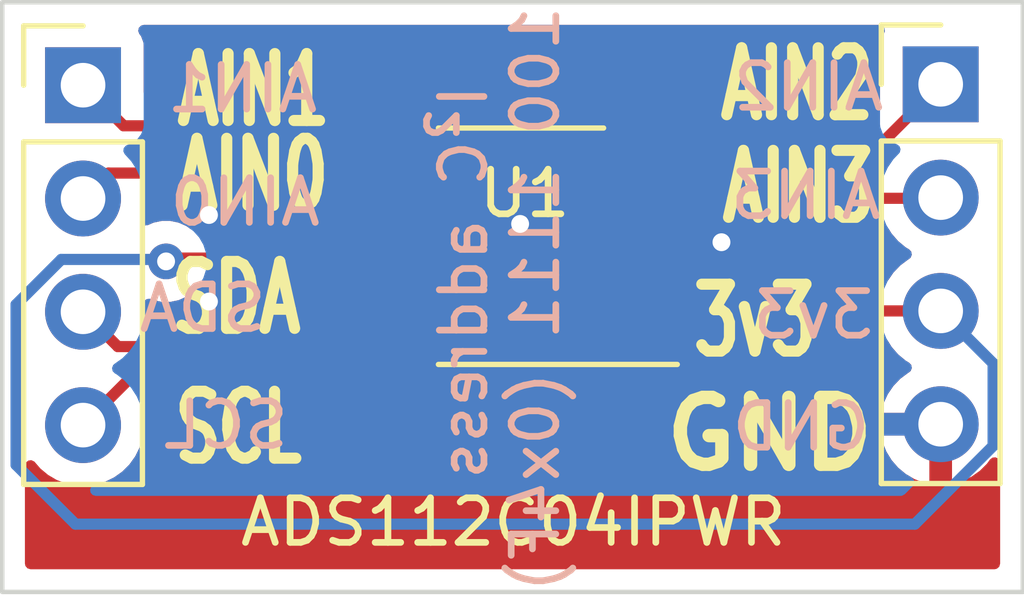
<source format=kicad_pcb>
(kicad_pcb (version 20211014) (generator pcbnew)
  (layers (0 "F.Cu" signal) (31 "B.Cu" signal) (34 "B.Paste" user) (35 "F.Paste" user) (36 "B.SilkS" user "B.Silkscreen") (37 "F.SilkS" user "F.Silkscreen") (38 "B.Mask" user) (39 "F.Mask" user) (44 "Edge.Cuts" user))
  (net 0 "")
  (net 1 "+3V3")
  (net 2 "GND")
  (net 3 "/SDA")
  (net 4 "/SCL")
  (net 5 "/AIN0")
  (net 6 "/AIN1")
  (net 7 "/AIN2")
  (net 8 "/AIN3")
  (footprint "ADS112C04IPWR:ADS112C04IPWR" (layer "F.Cu") (at 153.86 68.87 180)
    (fp_text reference "U1" (at -0.0826 1.081795) (layer "F.SilkS"))
    (fp_text value "ADS112C04IPWR" (at 0.1714 -6.284205) (layer "F.SilkS"))
    (fp_line (start -3.500001 -2.75) (end 1.849999 -2.75) (layer "F.SilkS") (width 0.12))
    (fp_line (start -1.849999 2.549997) (end 1.849999 2.549997) (layer "F.SilkS") (width 0.12))
    (pad "1" smd oval (at -2.949999 -2.274999 270) (size 0.449999 1.4) (layers "F.Cu" "F.Paste" "F.Mask") (net 4 "/SCL"))
    (pad "2" smd oval (at -2.949999 -1.624998 270) (size 0.449999 1.4) (layers "F.Cu" "F.Paste" "F.Mask") (net 4 "/SCL"))
    (pad "3" smd oval (at -2.949999 -0.974999 270) (size 0.449999 1.4) (layers "F.Cu" "F.Paste" "F.Mask") (net 1 "+3V3"))
    (pad "4" smd oval (at -2.949999 -0.324998 270) (size 0.449999 1.4) (layers "F.Cu" "F.Paste" "F.Mask") (net 2 "GND"))
    (pad "5" smd oval (at -2.949999 0.325001 270) (size 0.449999 1.4) (layers "F.Cu" "F.Paste" "F.Mask") (net 2 "GND"))
    (pad "6" smd oval (at -2.949999 0.975002 270) (size 0.449999 1.4) (layers "F.Cu" "F.Paste" "F.Mask") (net 8 "/AIN3"))
    (pad "7" smd oval (at -2.949999 1.625001 270) (size 0.449999 1.4) (layers "F.Cu" "F.Paste" "F.Mask") (net 7 "/AIN2"))
    (pad "8" smd oval (at -2.949999 2.275002 270) (size 0.449999 1.4) (layers "F.Cu" "F.Paste" "F.Mask"))
    (pad "9" smd oval (at 2.950002 2.275002 270) (size 0.449999 1.4) (layers "F.Cu" "F.Paste" "F.Mask"))
    (pad "10" smd oval (at 2.950002 1.625001 270) (size 0.449999 1.4) (layers "F.Cu" "F.Paste" "F.Mask") (net 6 "/AIN1"))
    (pad "11" smd oval (at 2.950002 0.975002 270) (size 0.449999 1.4) (layers "F.Cu" "F.Paste" "F.Mask") (net 5 "/AIN0"))
    (pad "12" smd oval (at 2.950002 0.325001 270) (size 0.449999 1.4) (layers "F.Cu" "F.Paste" "F.Mask") (net 1 "+3V3"))
    (pad "13" smd oval (at 2.950002 -0.324998 270) (size 0.449999 1.4) (layers "F.Cu" "F.Paste" "F.Mask") (net 1 "+3V3"))
    (pad "14" smd oval (at 2.950002 -0.974999 270) (size 0.449999 1.4) (layers "F.Cu" "F.Paste" "F.Mask"))
    (pad "15" smd oval (at 2.950002 -1.624998 270) (size 0.449999 1.4) (layers "F.Cu" "F.Paste" "F.Mask") (net 3 "/SDA"))
    (pad "16" smd oval (at 2.950002 -2.274999 270) (size 0.449999 1.4) (layers "F.Cu" "F.Paste" "F.Mask") (net 4 "/SCL"))
  )
  (footprint "Capacitor_SMD:C_0201_0603Metric_Pad0.64x0.40mm_HandSolder" (layer "F.Cu") (at 148.9 69.76 180)
    (fp_text reference "C2" hide)
    (fp_text value "0.1μF")
    (pad "1" smd roundrect (at -0.4075 0 180) (size 0.635 0.4) (layers "F.Cu" "F.Mask") (net 1 "+3V3"))
    (pad "2" smd roundrect (at 0.4075 0 180) (size 0.635 0.4) (layers "F.Cu" "F.Mask") (net 2 "GND"))
  )
  (footprint "Capacitor_SMD:C_0201_0603Metric_Pad0.64x0.40mm_HandSolder" (layer "F.Cu") (at 148.96 68.31 180)
    (fp_text reference "C1" hide)
    (fp_text value "0.1μF")
    (pad "1" smd roundrect (at -0.4075 0 180) (size 0.635 0.4) (layers "F.Cu" "F.Mask") (net 1 "+3V3"))
    (pad "2" smd roundrect (at 0.4075 0 180) (size 0.635 0.4) (layers "F.Cu" "F.Mask") (net 2 "GND"))
  )
  (footprint "Connector_PinHeader_2.54mm:PinHeader_1x04_P2.54mm_Vertical" (layer "F.Cu") (at 144.05 65.36)
    (fp_text reference "J1" hide)
    (fp_text value "Conn_01x04" hide)
    (fp_line (start -1.33 0) (end -1.33 -1.33) (layer "F.SilkS") (width 0.12))
    (fp_line (start -1.33 1.27) (end -1.33 8.95) (layer "F.SilkS") (width 0.12))
    (fp_line (start -1.33 1.27) (end 1.33 1.27) (layer "F.SilkS") (width 0.12))
    (fp_line (start -1.33 8.95) (end 1.33 8.95) (layer "F.SilkS") (width 0.12))
    (fp_line (start -1.33 -1.33) (end 0 -1.33) (layer "F.SilkS") (width 0.12))
    (fp_line (start 1.33 1.27) (end 1.33 8.95) (layer "F.SilkS") (width 0.12))
    (pad "1" thru_hole rect (at 0 0) (size 1.7 1.7) (drill 1) (layers *.Cu *.Mask) (net 6 "/AIN1"))
    (pad "2" thru_hole oval (at 0 2.54) (size 1.7 1.7) (drill 1) (layers *.Cu *.Mask) (net 5 "/AIN0"))
    (pad "3" thru_hole oval (at 0 5.08) (size 1.7 1.7) (drill 1) (layers *.Cu *.Mask) (net 3 "/SDA"))
    (pad "4" thru_hole oval (at 0 7.62) (size 1.7 1.7) (drill 1) (layers *.Cu *.Mask) (net 4 "/SCL"))
  )
  (footprint "Connector_PinHeader_2.54mm:PinHeader_1x04_P2.54mm_Vertical" (layer "F.Cu") (at 163.26 65.34)
    (fp_text reference "J2" hide)
    (fp_text value "Conn_01x04" hide)
    (fp_line (start 1.33 1.27) (end 1.33 8.95) (layer "F.SilkS") (width 0.12))
    (fp_line (start -1.33 0) (end -1.33 -1.33) (layer "F.SilkS") (width 0.12))
    (fp_line (start -1.33 8.95) (end 1.33 8.95) (layer "F.SilkS") (width 0.12))
    (fp_line (start -1.33 1.27) (end -1.33 8.95) (layer "F.SilkS") (width 0.12))
    (fp_line (start -1.33 1.27) (end 1.33 1.27) (layer "F.SilkS") (width 0.12))
    (fp_line (start -1.33 -1.33) (end 0 -1.33) (layer "F.SilkS") (width 0.12))
    (pad "1" thru_hole rect (at 0 0) (size 1.7 1.7) (drill 1) (layers *.Cu *.Mask) (net 7 "/AIN2"))
    (pad "2" thru_hole oval (at 0 2.54) (size 1.7 1.7) (drill 1) (layers *.Cu *.Mask) (net 8 "/AIN3"))
    (pad "3" thru_hole oval (at 0 5.08) (size 1.7 1.7) (drill 1) (layers *.Cu *.Mask) (net 1 "+3V3"))
    (pad "4" thru_hole oval (at 0 7.62) (size 1.7 1.7) (drill 1) (layers *.Cu *.Mask) (net 2 "GND"))
  )
  (gr_rect (start 142.24 63.5) (end 165.1 76.72) (layer "Edge.Cuts") (width 0.1) (fill none))
  (gr_text "AIN2" (at 160.3 65.4) (layer "B.SilkS") (effects (font (size 1 1)) (justify mirror)))
  (gr_text "AIN0" (at 147.68 67.98) (layer "B.SilkS") (effects (font (size 1 1)) (justify mirror)))
  (gr_text "AIN3" (at 160.24 67.83) (layer "B.SilkS") (effects (font (size 1 1)) (justify mirror)))
  (gr_text "SCL" (at 147.25 72.98) (layer "B.SilkS") (effects (font (size 1 1)) (justify mirror)))
  (gr_text "3v3" (at 160.41 70.51) (layer "B.SilkS") (effects (font (size 1 1)) (justify mirror)))
  (gr_text "I²C address \n100 1111 (0x4F)" (at 153.38 70.16 90) (layer "B.SilkS") (effects (font (size 1 1)) (justify mirror)))
  (gr_text "AIN1\n" (at 147.62 65.44) (layer "B.SilkS") (effects (font (size 1 1)) (justify mirror)))
  (gr_text "GND" (at 160.13 73.02) (layer "B.SilkS") (effects (font (size 1 1)) (justify mirror)))
  (gr_text "SDA" (at 146.73 70.36) (layer "B.SilkS") (effects (font (size 1 1)) (justify mirror)))
  (gr_text "GND" (at 159.43 73.18) (layer "F.SilkS") (effects (font (size 1.5 1.5) (thickness 0.3))))
  (gr_text "AIN3" (at 160.08 67.64) (layer "F.SilkS") (effects (font (size 1.5 1) (thickness 0.25))))
  (gr_text "AIN2" (at 160.04 65.34) (layer "F.SilkS") (effects (font (size 1.5 1) (thickness 0.25))))
  (gr_text "AIN1" (at 147.87 65.47) (layer "F.SilkS") (effects (font (size 1.5 1) (thickness 0.25))))
  (gr_text "SDA" (at 147.48 70.13) (layer "F.SilkS") (effects (font (size 1.5 1) (thickness 0.25))))
  (gr_text "AIN0" (at 147.84 67.37) (layer "F.SilkS") (effects (font (size 1.5 1) (thickness 0.25))))
  (gr_text "SCL" (at 147.53 73.04) (layer "F.SilkS") (effects (font (size 1.5 1) (thickness 0.25))))
  (gr_text "3v3" (at 159.1 70.64) (layer "F.SilkS") (effects (font (size 1.5 1) (thickness 0.25))))
  (segment (start 158.177499 69.844999) (end 158.19 69.8575) (width 0.25) (layer "F.Cu") (net 1))
  (segment (start 149.3075 69.76) (end 149.872502 69.194998) (width 0.25) (layer "F.Cu") (net 1))
  (segment (start 149.3675 68.412861) (end 149.3675 68.31) (width 0.25) (layer "F.Cu") (net 1))
  (segment (start 145.98452 69.23548) (end 148.544881 69.23548) (width 0.25) (layer "F.Cu") (net 1))
  (segment (start 148.544881 69.23548) (end 149.3675 68.412861) (width 0.25) (layer "F.Cu") (net 1))
  (segment (start 149.3675 68.31) (end 149.602499 68.544999) (width 0.25) (layer "F.Cu") (net 1))
  (segment (start 158.19 69.8575) (end 158.7525 70.42) (width 0.25) (layer "F.Cu") (net 1))
  (segment (start 149.602499 68.544999) (end 150.909998 68.544999) (width 0.25) (layer "F.Cu") (net 1))
  (segment (start 156.809999 69.844999) (end 158.177499 69.844999) (width 0.25) (layer "F.Cu") (net 1))
  (segment (start 148.544881 69.23548) (end 148.885841 69.23548) (width 0.25) (layer "F.Cu") (net 1))
  (segment (start 149.3075 69.657139) (end 149.3075 69.76) (width 0.25) (layer "F.Cu") (net 1))
  (segment (start 145.91 69.31) (end 145.98452 69.23548) (width 0.25) (layer "F.Cu") (net 1))
  (segment (start 148.885841 69.23548) (end 149.3075 69.657139) (width 0.25) (layer "F.Cu") (net 1))
  (segment (start 158.7525 70.42) (end 163.26 70.42) (width 0.25) (layer "F.Cu") (net 1))
  (segment (start 149.872502 69.194998) (end 150.909998 69.194998) (width 0.25) (layer "F.Cu") (net 1))
  (segment (start 150.909998 68.544999) (end 150.909998 69.194998) (width 0.25) (layer "F.Cu") (net 1))
  (via (at 145.91 69.31) (size 0.8) (drill 0.4) (layers "F.Cu" "B.Cu") (net 1))
  (segment (start 163.26 70.42) (end 164.434511 71.594511) (width 0.25) (layer "B.Cu") (net 1))
  (segment (start 143.563501 69.265489) (end 145.865489 69.265489) (width 0.25) (layer "B.Cu") (net 1))
  (segment (start 145.865489 69.265489) (end 145.91 69.31) (width 0.25) (layer "B.Cu") (net 1))
  (segment (start 142.55 73.87) (end 142.55 70.27899) (width 0.25) (layer "B.Cu") (net 1))
  (segment (start 143.88 75.2) (end 142.55 73.87) (width 0.25) (layer "B.Cu") (net 1))
  (segment (start 142.55 70.27899) (end 143.563501 69.265489) (width 0.25) (layer "B.Cu") (net 1))
  (segment (start 162.68101 75.2) (end 143.88 75.2) (width 0.25) (layer "B.Cu") (net 1))
  (segment (start 164.434511 73.446499) (end 162.68101 75.2) (width 0.25) (layer "B.Cu") (net 1))
  (segment (start 164.434511 71.594511) (end 164.434511 73.446499) (width 0.25) (layer "B.Cu") (net 1))
  (segment (start 158.035002 69.194998) (end 158.35 68.88) (width 0.25) (layer "F.Cu") (net 2))
  (segment (start 158.014999 68.544999) (end 158.35 68.88) (width 0.25) (layer "F.Cu") (net 2))
  (segment (start 156.809999 69.194998) (end 158.035002 69.194998) (width 0.25) (layer "F.Cu") (net 2))
  (segment (start 148.5525 68.31) (end 146.91 68.31) (width 0.25) (layer "F.Cu") (net 2))
  (segment (start 146.91 68.31) (end 146.87 68.27) (width 0.25) (layer "F.Cu") (net 2))
  (segment (start 147.32 69.76) (end 146.87 70.21) (width 0.25) (layer "F.Cu") (net 2))
  (segment (start 148.4925 69.76) (end 147.32 69.76) (width 0.25) (layer "F.Cu") (net 2))
  (segment (start 156.809999 68.544999) (end 158.014999 68.544999) (width 0.25) (layer "F.Cu") (net 2))
  (via (at 158.35 68.88) (size 0.8) (drill 0.4) (layers "F.Cu" "B.Cu") (net 2))
  (via (at 153.84 68.47) (size 0.8) (drill 0.4) (layers "F.Cu" "B.Cu") (net 2))
  (via (at 146.87 68.27) (size 0.8) (drill 0.4) (layers "F.Cu" "B.Cu") (net 2))
  (via (at 146.87 70.21) (size 0.8) (drill 0.4) (layers "F.Cu" "B.Cu") (net 2))
  (segment (start 150.307861 70.494998) (end 149.582859 71.22) (width 0.25) (layer "F.Cu") (net 3))
  (segment (start 149.582859 71.22) (end 144.83 71.22) (width 0.25) (layer "F.Cu") (net 3))
  (segment (start 144.83 71.22) (end 144.05 70.44) (width 0.25) (layer "F.Cu") (net 3))
  (segment (start 150.909998 70.494998) (end 150.307861 70.494998) (width 0.25) (layer "F.Cu") (net 3))
  (segment (start 150.909998 71.144999) (end 156.809999 71.144999) (width 0.25) (layer "F.Cu") (net 4))
  (segment (start 145.28 71.75) (end 144.05 72.98) (width 0.25) (layer "F.Cu") (net 4))
  (segment (start 150.304997 71.75) (end 145.28 71.75) (width 0.25) (layer "F.Cu") (net 4))
  (segment (start 156.809999 70.494998) (end 156.809999 71.144999) (width 0.25) (layer "F.Cu") (net 4))
  (segment (start 150.909998 71.144999) (end 150.304997 71.75) (width 0.25) (layer "F.Cu") (net 4))
  (segment (start 144.62 67.33) (end 144.05 67.9) (width 0.25) (layer "F.Cu") (net 5))
  (segment (start 150.307859 67.894998) (end 149.742861 67.33) (width 0.25) (layer "F.Cu") (net 5))
  (segment (start 149.742861 67.33) (end 144.62 67.33) (width 0.25) (layer "F.Cu") (net 5))
  (segment (start 150.909998 67.894998) (end 150.307859 67.894998) (width 0.25) (layer "F.Cu") (net 5))
  (segment (start 144.96 66.27) (end 144.05 65.36) (width 0.25) (layer "F.Cu") (net 6))
  (segment (start 150.909998 67.244999) (end 150.307861 67.244999) (width 0.25) (layer "F.Cu") (net 6))
  (segment (start 150.307861 67.244999) (end 149.332862 66.27) (width 0.25) (layer "F.Cu") (net 6))
  (segment (start 149.332862 66.27) (end 144.96 66.27) (width 0.25) (layer "F.Cu") (net 6))
  (segment (start 161.355001 67.244999) (end 163.26 65.34) (width 0.25) (layer "F.Cu") (net 7))
  (segment (start 156.809999 67.244999) (end 161.355001 67.244999) (width 0.25) (layer "F.Cu") (net 7))
  (segment (start 163.245002 67.894998) (end 163.26 67.88) (width 0.25) (layer "F.Cu") (net 8))
  (segment (start 156.809999 67.894998) (end 163.245002 67.894998) (width 0.25) (layer "F.Cu") (net 8))
  (zone (net 2) (net_name "GND") (layer "F.Cu") (connect_pads (clearance 0.508)) (min_thickness 0.254) (fill yes (thermal_gap 0.508) (thermal_bridge_width 0.508))
    (polygon (pts (xy 165.1 76.64) (xy 142.24 76.64) (xy 142.24 63.5) (xy 165.1 63.5)))
  )
  (zone (net 2) (net_name "GND") (layer "B.Cu") (connect_pads (clearance 0.508)) (min_thickness 0.254) (fill yes (thermal_gap 0.508) (thermal_bridge_width 0.508))
    (polygon (pts (xy 165.1 76.74) (xy 142.24 76.74) (xy 142.24 63.5) (xy 165.1 63.5)))
  )
)
</source>
